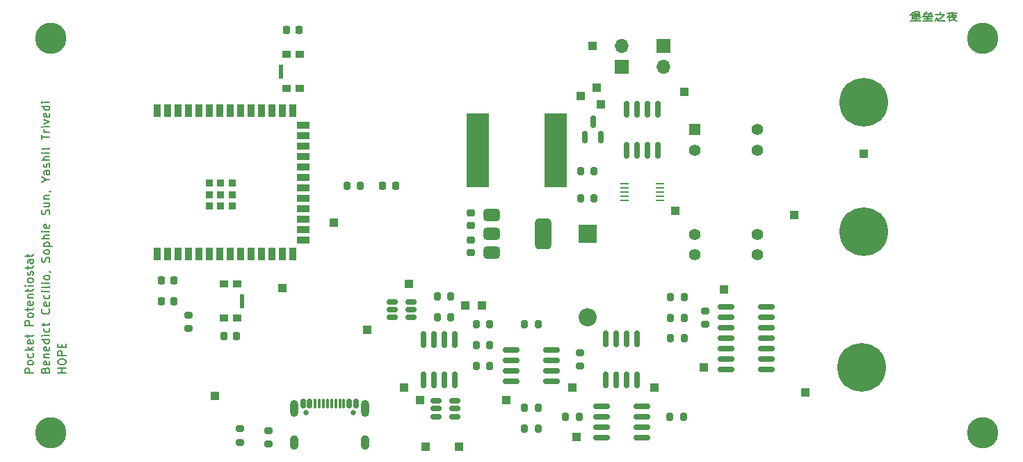
<source format=gbr>
%TF.GenerationSoftware,KiCad,Pcbnew,9.0.1-1.fc41*%
%TF.CreationDate,2025-04-10T23:58:53-07:00*%
%TF.ProjectId,Potentiostat KiCAD Prohject,506f7465-6e74-4696-9f73-746174204b69,rev?*%
%TF.SameCoordinates,Original*%
%TF.FileFunction,Soldermask,Top*%
%TF.FilePolarity,Negative*%
%FSLAX46Y46*%
G04 Gerber Fmt 4.6, Leading zero omitted, Abs format (unit mm)*
G04 Created by KiCad (PCBNEW 9.0.1-1.fc41) date 2025-04-10 23:58:53*
%MOMM*%
%LPD*%
G01*
G04 APERTURE LIST*
G04 Aperture macros list*
%AMRoundRect*
0 Rectangle with rounded corners*
0 $1 Rounding radius*
0 $2 $3 $4 $5 $6 $7 $8 $9 X,Y pos of 4 corners*
0 Add a 4 corners polygon primitive as box body*
4,1,4,$2,$3,$4,$5,$6,$7,$8,$9,$2,$3,0*
0 Add four circle primitives for the rounded corners*
1,1,$1+$1,$2,$3*
1,1,$1+$1,$4,$5*
1,1,$1+$1,$6,$7*
1,1,$1+$1,$8,$9*
0 Add four rect primitives between the rounded corners*
20,1,$1+$1,$2,$3,$4,$5,0*
20,1,$1+$1,$4,$5,$6,$7,0*
20,1,$1+$1,$6,$7,$8,$9,0*
20,1,$1+$1,$8,$9,$2,$3,0*%
G04 Aperture macros list end*
%ADD10C,0.150000*%
%ADD11C,3.800000*%
%ADD12C,0.650000*%
%ADD13RoundRect,0.150000X-0.150000X-0.425000X0.150000X-0.425000X0.150000X0.425000X-0.150000X0.425000X0*%
%ADD14RoundRect,0.075000X-0.075000X-0.500000X0.075000X-0.500000X0.075000X0.500000X-0.075000X0.500000X0*%
%ADD15O,1.000000X2.100000*%
%ADD16O,1.000000X1.800000*%
%ADD17C,1.400000*%
%ADD18R,1.400000X1.400000*%
%ADD19R,1.000000X0.900000*%
%ADD20R,0.550000X1.700000*%
%ADD21R,0.900000X0.900000*%
%ADD22R,0.900000X1.500000*%
%ADD23R,1.500000X0.900000*%
%ADD24RoundRect,0.225000X0.225000X0.250000X-0.225000X0.250000X-0.225000X-0.250000X0.225000X-0.250000X0*%
%ADD25R,1.000000X1.000000*%
%ADD26RoundRect,0.200000X0.200000X0.275000X-0.200000X0.275000X-0.200000X-0.275000X0.200000X-0.275000X0*%
%ADD27RoundRect,0.218750X0.218750X0.256250X-0.218750X0.256250X-0.218750X-0.256250X0.218750X-0.256250X0*%
%ADD28RoundRect,0.200000X0.275000X-0.200000X0.275000X0.200000X-0.275000X0.200000X-0.275000X-0.200000X0*%
%ADD29RoundRect,0.200000X-0.200000X-0.275000X0.200000X-0.275000X0.200000X0.275000X-0.200000X0.275000X0*%
%ADD30RoundRect,0.200000X-0.275000X0.200000X-0.275000X-0.200000X0.275000X-0.200000X0.275000X0.200000X0*%
%ADD31C,5.918200*%
%ADD32R,1.700000X1.700000*%
%ADD33O,1.700000X1.700000*%
%ADD34RoundRect,0.150000X-0.825000X-0.150000X0.825000X-0.150000X0.825000X0.150000X-0.825000X0.150000X0*%
%ADD35RoundRect,0.150000X-0.512500X-0.150000X0.512500X-0.150000X0.512500X0.150000X-0.512500X0.150000X0*%
%ADD36RoundRect,0.225000X0.250000X-0.225000X0.250000X0.225000X-0.250000X0.225000X-0.250000X-0.225000X0*%
%ADD37R,2.200000X2.200000*%
%ADD38O,2.200000X2.200000*%
%ADD39RoundRect,0.102000X-1.250000X-4.425000X1.250000X-4.425000X1.250000X4.425000X-1.250000X4.425000X0*%
%ADD40RoundRect,0.150000X0.512500X0.150000X-0.512500X0.150000X-0.512500X-0.150000X0.512500X-0.150000X0*%
%ADD41RoundRect,0.150000X0.150000X-0.825000X0.150000X0.825000X-0.150000X0.825000X-0.150000X-0.825000X0*%
%ADD42RoundRect,0.150000X0.150000X-0.587500X0.150000X0.587500X-0.150000X0.587500X-0.150000X-0.587500X0*%
%ADD43RoundRect,0.375000X-0.625000X-0.375000X0.625000X-0.375000X0.625000X0.375000X-0.625000X0.375000X0*%
%ADD44RoundRect,0.500000X-0.500000X-1.400000X0.500000X-1.400000X0.500000X1.400000X-0.500000X1.400000X0*%
%ADD45RoundRect,0.225000X-0.225000X-0.250000X0.225000X-0.250000X0.225000X0.250000X-0.225000X0.250000X0*%
%ADD46RoundRect,0.150000X-0.150000X0.825000X-0.150000X-0.825000X0.150000X-0.825000X0.150000X0.825000X0*%
%ADD47R,1.100000X0.250000*%
%ADD48RoundRect,0.225000X-0.250000X0.225000X-0.250000X-0.225000X0.250000X-0.225000X0.250000X0.225000X0*%
G04 APERTURE END LIST*
D10*
X225693922Y-55369819D02*
X226932017Y-55369819D01*
X225836779Y-55131723D02*
X226789160Y-55131723D01*
X225932017Y-54417438D02*
X225693922Y-54655533D01*
X225932017Y-54417438D02*
X225932017Y-54988866D01*
X225979636Y-54226961D02*
X225884398Y-54512676D01*
X226027255Y-54655533D02*
X226884398Y-54655533D01*
X226170112Y-54512676D02*
X226789160Y-54512676D01*
X226170112Y-54274580D02*
X226170112Y-54512676D01*
X226312969Y-54988866D02*
X226312969Y-55369819D01*
X226455826Y-54512676D02*
X226455826Y-54988866D01*
X226170112Y-54274580D02*
X226789160Y-54274580D01*
X226789160Y-54274580D02*
X226789160Y-54512676D01*
X226408207Y-54655533D02*
X226217731Y-54846009D01*
X226217731Y-54846009D02*
X226027255Y-54941247D01*
X226503445Y-54655533D02*
X226646303Y-54846009D01*
X226646303Y-54846009D02*
X226932017Y-54941247D01*
X227170112Y-55369819D02*
X228408207Y-55369819D01*
X227170112Y-54846009D02*
X227551064Y-54846009D01*
X227312969Y-55131723D02*
X228265350Y-55131723D01*
X227360588Y-54846009D02*
X227646302Y-54846009D01*
X227360588Y-54512676D02*
X228074874Y-54512676D01*
X227408207Y-54607914D02*
X227170112Y-54846009D01*
X227598683Y-54655533D02*
X227693921Y-54893628D01*
X227789159Y-54941247D02*
X227789159Y-55369819D01*
X227836778Y-54846009D02*
X228217731Y-54846009D01*
X227979635Y-54846009D02*
X228360588Y-54846009D01*
X228027254Y-54607914D02*
X227789159Y-54846009D01*
X228122493Y-54369819D02*
X228312969Y-54560295D01*
X228170112Y-54465057D02*
X227979635Y-54465057D01*
X228217731Y-54655533D02*
X228360588Y-54846009D01*
X227693921Y-54226961D02*
X227551064Y-54369819D01*
X227551064Y-54369819D02*
X227312969Y-54465057D01*
X228884397Y-54941247D02*
X228693921Y-55322200D01*
X229265349Y-54226961D02*
X229265349Y-54512676D01*
X228741540Y-54560295D02*
X229789159Y-54560295D01*
X229789159Y-54560295D02*
X229265349Y-55084104D01*
X229265349Y-55084104D02*
X228979635Y-55179342D01*
X228836778Y-55084104D02*
X229074873Y-55322200D01*
X229074873Y-55322200D02*
X229503444Y-55369819D01*
X229503444Y-55369819D02*
X229932016Y-55369819D01*
X230170111Y-54417438D02*
X231312968Y-54417438D01*
X230408206Y-54655533D02*
X230408206Y-55369819D01*
X230741539Y-54226961D02*
X230741539Y-54417438D01*
X230884396Y-54750771D02*
X231027254Y-54893628D01*
X230455825Y-54465057D02*
X230360587Y-54703152D01*
X230360587Y-54703152D02*
X230122492Y-54893628D01*
X230836777Y-54465057D02*
X230741539Y-54703152D01*
X230741539Y-54703152D02*
X230551063Y-54893628D01*
X230693920Y-54750771D02*
X230789158Y-54941247D01*
X230789158Y-54941247D02*
X231027254Y-55226961D01*
X231027254Y-55226961D02*
X231360587Y-55369819D01*
X230789158Y-54655533D02*
X231265349Y-54655533D01*
X231265349Y-54655533D02*
X231122492Y-54941247D01*
X231122492Y-54941247D02*
X230884396Y-55179342D01*
X230884396Y-55179342D02*
X230503444Y-55369819D01*
X122869819Y-98163220D02*
X121869819Y-98163220D01*
X122346009Y-98163220D02*
X122346009Y-97591792D01*
X122869819Y-97591792D02*
X121869819Y-97591792D01*
X121869819Y-96925125D02*
X121869819Y-96734649D01*
X121869819Y-96734649D02*
X121917438Y-96639411D01*
X121917438Y-96639411D02*
X122012676Y-96544173D01*
X122012676Y-96544173D02*
X122203152Y-96496554D01*
X122203152Y-96496554D02*
X122536485Y-96496554D01*
X122536485Y-96496554D02*
X122726961Y-96544173D01*
X122726961Y-96544173D02*
X122822200Y-96639411D01*
X122822200Y-96639411D02*
X122869819Y-96734649D01*
X122869819Y-96734649D02*
X122869819Y-96925125D01*
X122869819Y-96925125D02*
X122822200Y-97020363D01*
X122822200Y-97020363D02*
X122726961Y-97115601D01*
X122726961Y-97115601D02*
X122536485Y-97163220D01*
X122536485Y-97163220D02*
X122203152Y-97163220D01*
X122203152Y-97163220D02*
X122012676Y-97115601D01*
X122012676Y-97115601D02*
X121917438Y-97020363D01*
X121917438Y-97020363D02*
X121869819Y-96925125D01*
X122869819Y-96067982D02*
X121869819Y-96067982D01*
X121869819Y-96067982D02*
X121869819Y-95687030D01*
X121869819Y-95687030D02*
X121917438Y-95591792D01*
X121917438Y-95591792D02*
X121965057Y-95544173D01*
X121965057Y-95544173D02*
X122060295Y-95496554D01*
X122060295Y-95496554D02*
X122203152Y-95496554D01*
X122203152Y-95496554D02*
X122298390Y-95544173D01*
X122298390Y-95544173D02*
X122346009Y-95591792D01*
X122346009Y-95591792D02*
X122393628Y-95687030D01*
X122393628Y-95687030D02*
X122393628Y-96067982D01*
X122346009Y-95067982D02*
X122346009Y-94734649D01*
X122869819Y-94591792D02*
X122869819Y-95067982D01*
X122869819Y-95067982D02*
X121869819Y-95067982D01*
X121869819Y-95067982D02*
X121869819Y-94591792D01*
X120346009Y-97829887D02*
X120393628Y-97687030D01*
X120393628Y-97687030D02*
X120441247Y-97639411D01*
X120441247Y-97639411D02*
X120536485Y-97591792D01*
X120536485Y-97591792D02*
X120679342Y-97591792D01*
X120679342Y-97591792D02*
X120774580Y-97639411D01*
X120774580Y-97639411D02*
X120822200Y-97687030D01*
X120822200Y-97687030D02*
X120869819Y-97782268D01*
X120869819Y-97782268D02*
X120869819Y-98163220D01*
X120869819Y-98163220D02*
X119869819Y-98163220D01*
X119869819Y-98163220D02*
X119869819Y-97829887D01*
X119869819Y-97829887D02*
X119917438Y-97734649D01*
X119917438Y-97734649D02*
X119965057Y-97687030D01*
X119965057Y-97687030D02*
X120060295Y-97639411D01*
X120060295Y-97639411D02*
X120155533Y-97639411D01*
X120155533Y-97639411D02*
X120250771Y-97687030D01*
X120250771Y-97687030D02*
X120298390Y-97734649D01*
X120298390Y-97734649D02*
X120346009Y-97829887D01*
X120346009Y-97829887D02*
X120346009Y-98163220D01*
X120822200Y-96782268D02*
X120869819Y-96877506D01*
X120869819Y-96877506D02*
X120869819Y-97067982D01*
X120869819Y-97067982D02*
X120822200Y-97163220D01*
X120822200Y-97163220D02*
X120726961Y-97210839D01*
X120726961Y-97210839D02*
X120346009Y-97210839D01*
X120346009Y-97210839D02*
X120250771Y-97163220D01*
X120250771Y-97163220D02*
X120203152Y-97067982D01*
X120203152Y-97067982D02*
X120203152Y-96877506D01*
X120203152Y-96877506D02*
X120250771Y-96782268D01*
X120250771Y-96782268D02*
X120346009Y-96734649D01*
X120346009Y-96734649D02*
X120441247Y-96734649D01*
X120441247Y-96734649D02*
X120536485Y-97210839D01*
X120203152Y-96306077D02*
X120869819Y-96306077D01*
X120298390Y-96306077D02*
X120250771Y-96258458D01*
X120250771Y-96258458D02*
X120203152Y-96163220D01*
X120203152Y-96163220D02*
X120203152Y-96020363D01*
X120203152Y-96020363D02*
X120250771Y-95925125D01*
X120250771Y-95925125D02*
X120346009Y-95877506D01*
X120346009Y-95877506D02*
X120869819Y-95877506D01*
X120822200Y-95020363D02*
X120869819Y-95115601D01*
X120869819Y-95115601D02*
X120869819Y-95306077D01*
X120869819Y-95306077D02*
X120822200Y-95401315D01*
X120822200Y-95401315D02*
X120726961Y-95448934D01*
X120726961Y-95448934D02*
X120346009Y-95448934D01*
X120346009Y-95448934D02*
X120250771Y-95401315D01*
X120250771Y-95401315D02*
X120203152Y-95306077D01*
X120203152Y-95306077D02*
X120203152Y-95115601D01*
X120203152Y-95115601D02*
X120250771Y-95020363D01*
X120250771Y-95020363D02*
X120346009Y-94972744D01*
X120346009Y-94972744D02*
X120441247Y-94972744D01*
X120441247Y-94972744D02*
X120536485Y-95448934D01*
X120869819Y-94115601D02*
X119869819Y-94115601D01*
X120822200Y-94115601D02*
X120869819Y-94210839D01*
X120869819Y-94210839D02*
X120869819Y-94401315D01*
X120869819Y-94401315D02*
X120822200Y-94496553D01*
X120822200Y-94496553D02*
X120774580Y-94544172D01*
X120774580Y-94544172D02*
X120679342Y-94591791D01*
X120679342Y-94591791D02*
X120393628Y-94591791D01*
X120393628Y-94591791D02*
X120298390Y-94544172D01*
X120298390Y-94544172D02*
X120250771Y-94496553D01*
X120250771Y-94496553D02*
X120203152Y-94401315D01*
X120203152Y-94401315D02*
X120203152Y-94210839D01*
X120203152Y-94210839D02*
X120250771Y-94115601D01*
X120869819Y-93639410D02*
X120203152Y-93639410D01*
X119869819Y-93639410D02*
X119917438Y-93687029D01*
X119917438Y-93687029D02*
X119965057Y-93639410D01*
X119965057Y-93639410D02*
X119917438Y-93591791D01*
X119917438Y-93591791D02*
X119869819Y-93639410D01*
X119869819Y-93639410D02*
X119965057Y-93639410D01*
X120822200Y-92734649D02*
X120869819Y-92829887D01*
X120869819Y-92829887D02*
X120869819Y-93020363D01*
X120869819Y-93020363D02*
X120822200Y-93115601D01*
X120822200Y-93115601D02*
X120774580Y-93163220D01*
X120774580Y-93163220D02*
X120679342Y-93210839D01*
X120679342Y-93210839D02*
X120393628Y-93210839D01*
X120393628Y-93210839D02*
X120298390Y-93163220D01*
X120298390Y-93163220D02*
X120250771Y-93115601D01*
X120250771Y-93115601D02*
X120203152Y-93020363D01*
X120203152Y-93020363D02*
X120203152Y-92829887D01*
X120203152Y-92829887D02*
X120250771Y-92734649D01*
X120203152Y-92448934D02*
X120203152Y-92067982D01*
X119869819Y-92306077D02*
X120726961Y-92306077D01*
X120726961Y-92306077D02*
X120822200Y-92258458D01*
X120822200Y-92258458D02*
X120869819Y-92163220D01*
X120869819Y-92163220D02*
X120869819Y-92067982D01*
X120774580Y-90401315D02*
X120822200Y-90448934D01*
X120822200Y-90448934D02*
X120869819Y-90591791D01*
X120869819Y-90591791D02*
X120869819Y-90687029D01*
X120869819Y-90687029D02*
X120822200Y-90829886D01*
X120822200Y-90829886D02*
X120726961Y-90925124D01*
X120726961Y-90925124D02*
X120631723Y-90972743D01*
X120631723Y-90972743D02*
X120441247Y-91020362D01*
X120441247Y-91020362D02*
X120298390Y-91020362D01*
X120298390Y-91020362D02*
X120107914Y-90972743D01*
X120107914Y-90972743D02*
X120012676Y-90925124D01*
X120012676Y-90925124D02*
X119917438Y-90829886D01*
X119917438Y-90829886D02*
X119869819Y-90687029D01*
X119869819Y-90687029D02*
X119869819Y-90591791D01*
X119869819Y-90591791D02*
X119917438Y-90448934D01*
X119917438Y-90448934D02*
X119965057Y-90401315D01*
X120822200Y-89591791D02*
X120869819Y-89687029D01*
X120869819Y-89687029D02*
X120869819Y-89877505D01*
X120869819Y-89877505D02*
X120822200Y-89972743D01*
X120822200Y-89972743D02*
X120726961Y-90020362D01*
X120726961Y-90020362D02*
X120346009Y-90020362D01*
X120346009Y-90020362D02*
X120250771Y-89972743D01*
X120250771Y-89972743D02*
X120203152Y-89877505D01*
X120203152Y-89877505D02*
X120203152Y-89687029D01*
X120203152Y-89687029D02*
X120250771Y-89591791D01*
X120250771Y-89591791D02*
X120346009Y-89544172D01*
X120346009Y-89544172D02*
X120441247Y-89544172D01*
X120441247Y-89544172D02*
X120536485Y-90020362D01*
X120822200Y-88687029D02*
X120869819Y-88782267D01*
X120869819Y-88782267D02*
X120869819Y-88972743D01*
X120869819Y-88972743D02*
X120822200Y-89067981D01*
X120822200Y-89067981D02*
X120774580Y-89115600D01*
X120774580Y-89115600D02*
X120679342Y-89163219D01*
X120679342Y-89163219D02*
X120393628Y-89163219D01*
X120393628Y-89163219D02*
X120298390Y-89115600D01*
X120298390Y-89115600D02*
X120250771Y-89067981D01*
X120250771Y-89067981D02*
X120203152Y-88972743D01*
X120203152Y-88972743D02*
X120203152Y-88782267D01*
X120203152Y-88782267D02*
X120250771Y-88687029D01*
X120869819Y-88258457D02*
X120203152Y-88258457D01*
X119869819Y-88258457D02*
X119917438Y-88306076D01*
X119917438Y-88306076D02*
X119965057Y-88258457D01*
X119965057Y-88258457D02*
X119917438Y-88210838D01*
X119917438Y-88210838D02*
X119869819Y-88258457D01*
X119869819Y-88258457D02*
X119965057Y-88258457D01*
X120869819Y-87639410D02*
X120822200Y-87734648D01*
X120822200Y-87734648D02*
X120726961Y-87782267D01*
X120726961Y-87782267D02*
X119869819Y-87782267D01*
X120869819Y-87258457D02*
X120203152Y-87258457D01*
X119869819Y-87258457D02*
X119917438Y-87306076D01*
X119917438Y-87306076D02*
X119965057Y-87258457D01*
X119965057Y-87258457D02*
X119917438Y-87210838D01*
X119917438Y-87210838D02*
X119869819Y-87258457D01*
X119869819Y-87258457D02*
X119965057Y-87258457D01*
X120869819Y-86639410D02*
X120822200Y-86734648D01*
X120822200Y-86734648D02*
X120774580Y-86782267D01*
X120774580Y-86782267D02*
X120679342Y-86829886D01*
X120679342Y-86829886D02*
X120393628Y-86829886D01*
X120393628Y-86829886D02*
X120298390Y-86782267D01*
X120298390Y-86782267D02*
X120250771Y-86734648D01*
X120250771Y-86734648D02*
X120203152Y-86639410D01*
X120203152Y-86639410D02*
X120203152Y-86496553D01*
X120203152Y-86496553D02*
X120250771Y-86401315D01*
X120250771Y-86401315D02*
X120298390Y-86353696D01*
X120298390Y-86353696D02*
X120393628Y-86306077D01*
X120393628Y-86306077D02*
X120679342Y-86306077D01*
X120679342Y-86306077D02*
X120774580Y-86353696D01*
X120774580Y-86353696D02*
X120822200Y-86401315D01*
X120822200Y-86401315D02*
X120869819Y-86496553D01*
X120869819Y-86496553D02*
X120869819Y-86639410D01*
X120822200Y-85829886D02*
X120869819Y-85829886D01*
X120869819Y-85829886D02*
X120965057Y-85877505D01*
X120965057Y-85877505D02*
X121012676Y-85925124D01*
X120822200Y-84687029D02*
X120869819Y-84544172D01*
X120869819Y-84544172D02*
X120869819Y-84306077D01*
X120869819Y-84306077D02*
X120822200Y-84210839D01*
X120822200Y-84210839D02*
X120774580Y-84163220D01*
X120774580Y-84163220D02*
X120679342Y-84115601D01*
X120679342Y-84115601D02*
X120584104Y-84115601D01*
X120584104Y-84115601D02*
X120488866Y-84163220D01*
X120488866Y-84163220D02*
X120441247Y-84210839D01*
X120441247Y-84210839D02*
X120393628Y-84306077D01*
X120393628Y-84306077D02*
X120346009Y-84496553D01*
X120346009Y-84496553D02*
X120298390Y-84591791D01*
X120298390Y-84591791D02*
X120250771Y-84639410D01*
X120250771Y-84639410D02*
X120155533Y-84687029D01*
X120155533Y-84687029D02*
X120060295Y-84687029D01*
X120060295Y-84687029D02*
X119965057Y-84639410D01*
X119965057Y-84639410D02*
X119917438Y-84591791D01*
X119917438Y-84591791D02*
X119869819Y-84496553D01*
X119869819Y-84496553D02*
X119869819Y-84258458D01*
X119869819Y-84258458D02*
X119917438Y-84115601D01*
X120869819Y-83544172D02*
X120822200Y-83639410D01*
X120822200Y-83639410D02*
X120774580Y-83687029D01*
X120774580Y-83687029D02*
X120679342Y-83734648D01*
X120679342Y-83734648D02*
X120393628Y-83734648D01*
X120393628Y-83734648D02*
X120298390Y-83687029D01*
X120298390Y-83687029D02*
X120250771Y-83639410D01*
X120250771Y-83639410D02*
X120203152Y-83544172D01*
X120203152Y-83544172D02*
X120203152Y-83401315D01*
X120203152Y-83401315D02*
X120250771Y-83306077D01*
X120250771Y-83306077D02*
X120298390Y-83258458D01*
X120298390Y-83258458D02*
X120393628Y-83210839D01*
X120393628Y-83210839D02*
X120679342Y-83210839D01*
X120679342Y-83210839D02*
X120774580Y-83258458D01*
X120774580Y-83258458D02*
X120822200Y-83306077D01*
X120822200Y-83306077D02*
X120869819Y-83401315D01*
X120869819Y-83401315D02*
X120869819Y-83544172D01*
X120203152Y-82782267D02*
X121203152Y-82782267D01*
X120250771Y-82782267D02*
X120203152Y-82687029D01*
X120203152Y-82687029D02*
X120203152Y-82496553D01*
X120203152Y-82496553D02*
X120250771Y-82401315D01*
X120250771Y-82401315D02*
X120298390Y-82353696D01*
X120298390Y-82353696D02*
X120393628Y-82306077D01*
X120393628Y-82306077D02*
X120679342Y-82306077D01*
X120679342Y-82306077D02*
X120774580Y-82353696D01*
X120774580Y-82353696D02*
X120822200Y-82401315D01*
X120822200Y-82401315D02*
X120869819Y-82496553D01*
X120869819Y-82496553D02*
X120869819Y-82687029D01*
X120869819Y-82687029D02*
X120822200Y-82782267D01*
X120869819Y-81877505D02*
X119869819Y-81877505D01*
X120869819Y-81448934D02*
X120346009Y-81448934D01*
X120346009Y-81448934D02*
X120250771Y-81496553D01*
X120250771Y-81496553D02*
X120203152Y-81591791D01*
X120203152Y-81591791D02*
X120203152Y-81734648D01*
X120203152Y-81734648D02*
X120250771Y-81829886D01*
X120250771Y-81829886D02*
X120298390Y-81877505D01*
X120869819Y-80972743D02*
X120203152Y-80972743D01*
X119869819Y-80972743D02*
X119917438Y-81020362D01*
X119917438Y-81020362D02*
X119965057Y-80972743D01*
X119965057Y-80972743D02*
X119917438Y-80925124D01*
X119917438Y-80925124D02*
X119869819Y-80972743D01*
X119869819Y-80972743D02*
X119965057Y-80972743D01*
X120822200Y-80115601D02*
X120869819Y-80210839D01*
X120869819Y-80210839D02*
X120869819Y-80401315D01*
X120869819Y-80401315D02*
X120822200Y-80496553D01*
X120822200Y-80496553D02*
X120726961Y-80544172D01*
X120726961Y-80544172D02*
X120346009Y-80544172D01*
X120346009Y-80544172D02*
X120250771Y-80496553D01*
X120250771Y-80496553D02*
X120203152Y-80401315D01*
X120203152Y-80401315D02*
X120203152Y-80210839D01*
X120203152Y-80210839D02*
X120250771Y-80115601D01*
X120250771Y-80115601D02*
X120346009Y-80067982D01*
X120346009Y-80067982D02*
X120441247Y-80067982D01*
X120441247Y-80067982D02*
X120536485Y-80544172D01*
X120822200Y-78925124D02*
X120869819Y-78782267D01*
X120869819Y-78782267D02*
X120869819Y-78544172D01*
X120869819Y-78544172D02*
X120822200Y-78448934D01*
X120822200Y-78448934D02*
X120774580Y-78401315D01*
X120774580Y-78401315D02*
X120679342Y-78353696D01*
X120679342Y-78353696D02*
X120584104Y-78353696D01*
X120584104Y-78353696D02*
X120488866Y-78401315D01*
X120488866Y-78401315D02*
X120441247Y-78448934D01*
X120441247Y-78448934D02*
X120393628Y-78544172D01*
X120393628Y-78544172D02*
X120346009Y-78734648D01*
X120346009Y-78734648D02*
X120298390Y-78829886D01*
X120298390Y-78829886D02*
X120250771Y-78877505D01*
X120250771Y-78877505D02*
X120155533Y-78925124D01*
X120155533Y-78925124D02*
X120060295Y-78925124D01*
X120060295Y-78925124D02*
X119965057Y-78877505D01*
X119965057Y-78877505D02*
X119917438Y-78829886D01*
X119917438Y-78829886D02*
X119869819Y-78734648D01*
X119869819Y-78734648D02*
X119869819Y-78496553D01*
X119869819Y-78496553D02*
X119917438Y-78353696D01*
X120203152Y-77496553D02*
X120869819Y-77496553D01*
X120203152Y-77925124D02*
X120726961Y-77925124D01*
X120726961Y-77925124D02*
X120822200Y-77877505D01*
X120822200Y-77877505D02*
X120869819Y-77782267D01*
X120869819Y-77782267D02*
X120869819Y-77639410D01*
X120869819Y-77639410D02*
X120822200Y-77544172D01*
X120822200Y-77544172D02*
X120774580Y-77496553D01*
X120203152Y-77020362D02*
X120869819Y-77020362D01*
X120298390Y-77020362D02*
X120250771Y-76972743D01*
X120250771Y-76972743D02*
X120203152Y-76877505D01*
X120203152Y-76877505D02*
X120203152Y-76734648D01*
X120203152Y-76734648D02*
X120250771Y-76639410D01*
X120250771Y-76639410D02*
X120346009Y-76591791D01*
X120346009Y-76591791D02*
X120869819Y-76591791D01*
X120822200Y-76067981D02*
X120869819Y-76067981D01*
X120869819Y-76067981D02*
X120965057Y-76115600D01*
X120965057Y-76115600D02*
X121012676Y-76163219D01*
X120393628Y-74687029D02*
X120869819Y-74687029D01*
X119869819Y-75020362D02*
X120393628Y-74687029D01*
X120393628Y-74687029D02*
X119869819Y-74353696D01*
X120869819Y-73591791D02*
X120346009Y-73591791D01*
X120346009Y-73591791D02*
X120250771Y-73639410D01*
X120250771Y-73639410D02*
X120203152Y-73734648D01*
X120203152Y-73734648D02*
X120203152Y-73925124D01*
X120203152Y-73925124D02*
X120250771Y-74020362D01*
X120822200Y-73591791D02*
X120869819Y-73687029D01*
X120869819Y-73687029D02*
X120869819Y-73925124D01*
X120869819Y-73925124D02*
X120822200Y-74020362D01*
X120822200Y-74020362D02*
X120726961Y-74067981D01*
X120726961Y-74067981D02*
X120631723Y-74067981D01*
X120631723Y-74067981D02*
X120536485Y-74020362D01*
X120536485Y-74020362D02*
X120488866Y-73925124D01*
X120488866Y-73925124D02*
X120488866Y-73687029D01*
X120488866Y-73687029D02*
X120441247Y-73591791D01*
X120822200Y-73163219D02*
X120869819Y-73067981D01*
X120869819Y-73067981D02*
X120869819Y-72877505D01*
X120869819Y-72877505D02*
X120822200Y-72782267D01*
X120822200Y-72782267D02*
X120726961Y-72734648D01*
X120726961Y-72734648D02*
X120679342Y-72734648D01*
X120679342Y-72734648D02*
X120584104Y-72782267D01*
X120584104Y-72782267D02*
X120536485Y-72877505D01*
X120536485Y-72877505D02*
X120536485Y-73020362D01*
X120536485Y-73020362D02*
X120488866Y-73115600D01*
X120488866Y-73115600D02*
X120393628Y-73163219D01*
X120393628Y-73163219D02*
X120346009Y-73163219D01*
X120346009Y-73163219D02*
X120250771Y-73115600D01*
X120250771Y-73115600D02*
X120203152Y-73020362D01*
X120203152Y-73020362D02*
X120203152Y-72877505D01*
X120203152Y-72877505D02*
X120250771Y-72782267D01*
X120869819Y-72306076D02*
X119869819Y-72306076D01*
X120869819Y-71877505D02*
X120346009Y-71877505D01*
X120346009Y-71877505D02*
X120250771Y-71925124D01*
X120250771Y-71925124D02*
X120203152Y-72020362D01*
X120203152Y-72020362D02*
X120203152Y-72163219D01*
X120203152Y-72163219D02*
X120250771Y-72258457D01*
X120250771Y-72258457D02*
X120298390Y-72306076D01*
X120869819Y-71401314D02*
X120203152Y-71401314D01*
X119869819Y-71401314D02*
X119917438Y-71448933D01*
X119917438Y-71448933D02*
X119965057Y-71401314D01*
X119965057Y-71401314D02*
X119917438Y-71353695D01*
X119917438Y-71353695D02*
X119869819Y-71401314D01*
X119869819Y-71401314D02*
X119965057Y-71401314D01*
X120869819Y-70782267D02*
X120822200Y-70877505D01*
X120822200Y-70877505D02*
X120726961Y-70925124D01*
X120726961Y-70925124D02*
X119869819Y-70925124D01*
X119869819Y-69782266D02*
X119869819Y-69210838D01*
X120869819Y-69496552D02*
X119869819Y-69496552D01*
X120869819Y-68877504D02*
X120203152Y-68877504D01*
X120393628Y-68877504D02*
X120298390Y-68829885D01*
X120298390Y-68829885D02*
X120250771Y-68782266D01*
X120250771Y-68782266D02*
X120203152Y-68687028D01*
X120203152Y-68687028D02*
X120203152Y-68591790D01*
X120869819Y-68258456D02*
X120203152Y-68258456D01*
X119869819Y-68258456D02*
X119917438Y-68306075D01*
X119917438Y-68306075D02*
X119965057Y-68258456D01*
X119965057Y-68258456D02*
X119917438Y-68210837D01*
X119917438Y-68210837D02*
X119869819Y-68258456D01*
X119869819Y-68258456D02*
X119965057Y-68258456D01*
X120203152Y-67877504D02*
X120869819Y-67639409D01*
X120869819Y-67639409D02*
X120203152Y-67401314D01*
X120822200Y-66639409D02*
X120869819Y-66734647D01*
X120869819Y-66734647D02*
X120869819Y-66925123D01*
X120869819Y-66925123D02*
X120822200Y-67020361D01*
X120822200Y-67020361D02*
X120726961Y-67067980D01*
X120726961Y-67067980D02*
X120346009Y-67067980D01*
X120346009Y-67067980D02*
X120250771Y-67020361D01*
X120250771Y-67020361D02*
X120203152Y-66925123D01*
X120203152Y-66925123D02*
X120203152Y-66734647D01*
X120203152Y-66734647D02*
X120250771Y-66639409D01*
X120250771Y-66639409D02*
X120346009Y-66591790D01*
X120346009Y-66591790D02*
X120441247Y-66591790D01*
X120441247Y-66591790D02*
X120536485Y-67067980D01*
X120869819Y-65734647D02*
X119869819Y-65734647D01*
X120822200Y-65734647D02*
X120869819Y-65829885D01*
X120869819Y-65829885D02*
X120869819Y-66020361D01*
X120869819Y-66020361D02*
X120822200Y-66115599D01*
X120822200Y-66115599D02*
X120774580Y-66163218D01*
X120774580Y-66163218D02*
X120679342Y-66210837D01*
X120679342Y-66210837D02*
X120393628Y-66210837D01*
X120393628Y-66210837D02*
X120298390Y-66163218D01*
X120298390Y-66163218D02*
X120250771Y-66115599D01*
X120250771Y-66115599D02*
X120203152Y-66020361D01*
X120203152Y-66020361D02*
X120203152Y-65829885D01*
X120203152Y-65829885D02*
X120250771Y-65734647D01*
X120869819Y-65258456D02*
X120203152Y-65258456D01*
X119869819Y-65258456D02*
X119917438Y-65306075D01*
X119917438Y-65306075D02*
X119965057Y-65258456D01*
X119965057Y-65258456D02*
X119917438Y-65210837D01*
X119917438Y-65210837D02*
X119869819Y-65258456D01*
X119869819Y-65258456D02*
X119965057Y-65258456D01*
X118869819Y-98163220D02*
X117869819Y-98163220D01*
X117869819Y-98163220D02*
X117869819Y-97782268D01*
X117869819Y-97782268D02*
X117917438Y-97687030D01*
X117917438Y-97687030D02*
X117965057Y-97639411D01*
X117965057Y-97639411D02*
X118060295Y-97591792D01*
X118060295Y-97591792D02*
X118203152Y-97591792D01*
X118203152Y-97591792D02*
X118298390Y-97639411D01*
X118298390Y-97639411D02*
X118346009Y-97687030D01*
X118346009Y-97687030D02*
X118393628Y-97782268D01*
X118393628Y-97782268D02*
X118393628Y-98163220D01*
X118869819Y-97020363D02*
X118822200Y-97115601D01*
X118822200Y-97115601D02*
X118774580Y-97163220D01*
X118774580Y-97163220D02*
X118679342Y-97210839D01*
X118679342Y-97210839D02*
X118393628Y-97210839D01*
X118393628Y-97210839D02*
X118298390Y-97163220D01*
X118298390Y-97163220D02*
X118250771Y-97115601D01*
X118250771Y-97115601D02*
X118203152Y-97020363D01*
X118203152Y-97020363D02*
X118203152Y-96877506D01*
X118203152Y-96877506D02*
X118250771Y-96782268D01*
X118250771Y-96782268D02*
X118298390Y-96734649D01*
X118298390Y-96734649D02*
X118393628Y-96687030D01*
X118393628Y-96687030D02*
X118679342Y-96687030D01*
X118679342Y-96687030D02*
X118774580Y-96734649D01*
X118774580Y-96734649D02*
X118822200Y-96782268D01*
X118822200Y-96782268D02*
X118869819Y-96877506D01*
X118869819Y-96877506D02*
X118869819Y-97020363D01*
X118822200Y-95829887D02*
X118869819Y-95925125D01*
X118869819Y-95925125D02*
X118869819Y-96115601D01*
X118869819Y-96115601D02*
X118822200Y-96210839D01*
X118822200Y-96210839D02*
X118774580Y-96258458D01*
X118774580Y-96258458D02*
X118679342Y-96306077D01*
X118679342Y-96306077D02*
X118393628Y-96306077D01*
X118393628Y-96306077D02*
X118298390Y-96258458D01*
X118298390Y-96258458D02*
X118250771Y-96210839D01*
X118250771Y-96210839D02*
X118203152Y-96115601D01*
X118203152Y-96115601D02*
X118203152Y-95925125D01*
X118203152Y-95925125D02*
X118250771Y-95829887D01*
X118869819Y-95401315D02*
X117869819Y-95401315D01*
X118488866Y-95306077D02*
X118869819Y-95020363D01*
X118203152Y-95020363D02*
X118584104Y-95401315D01*
X118822200Y-94210839D02*
X118869819Y-94306077D01*
X118869819Y-94306077D02*
X118869819Y-94496553D01*
X118869819Y-94496553D02*
X118822200Y-94591791D01*
X118822200Y-94591791D02*
X118726961Y-94639410D01*
X118726961Y-94639410D02*
X118346009Y-94639410D01*
X118346009Y-94639410D02*
X118250771Y-94591791D01*
X118250771Y-94591791D02*
X118203152Y-94496553D01*
X118203152Y-94496553D02*
X118203152Y-94306077D01*
X118203152Y-94306077D02*
X118250771Y-94210839D01*
X118250771Y-94210839D02*
X118346009Y-94163220D01*
X118346009Y-94163220D02*
X118441247Y-94163220D01*
X118441247Y-94163220D02*
X118536485Y-94639410D01*
X118203152Y-93877505D02*
X118203152Y-93496553D01*
X117869819Y-93734648D02*
X118726961Y-93734648D01*
X118726961Y-93734648D02*
X118822200Y-93687029D01*
X118822200Y-93687029D02*
X118869819Y-93591791D01*
X118869819Y-93591791D02*
X118869819Y-93496553D01*
X118869819Y-92401314D02*
X117869819Y-92401314D01*
X117869819Y-92401314D02*
X117869819Y-92020362D01*
X117869819Y-92020362D02*
X117917438Y-91925124D01*
X117917438Y-91925124D02*
X117965057Y-91877505D01*
X117965057Y-91877505D02*
X118060295Y-91829886D01*
X118060295Y-91829886D02*
X118203152Y-91829886D01*
X118203152Y-91829886D02*
X118298390Y-91877505D01*
X118298390Y-91877505D02*
X118346009Y-91925124D01*
X118346009Y-91925124D02*
X118393628Y-92020362D01*
X118393628Y-92020362D02*
X118393628Y-92401314D01*
X118869819Y-91258457D02*
X118822200Y-91353695D01*
X118822200Y-91353695D02*
X118774580Y-91401314D01*
X118774580Y-91401314D02*
X118679342Y-91448933D01*
X118679342Y-91448933D02*
X118393628Y-91448933D01*
X118393628Y-91448933D02*
X118298390Y-91401314D01*
X118298390Y-91401314D02*
X118250771Y-91353695D01*
X118250771Y-91353695D02*
X118203152Y-91258457D01*
X118203152Y-91258457D02*
X118203152Y-91115600D01*
X118203152Y-91115600D02*
X118250771Y-91020362D01*
X118250771Y-91020362D02*
X118298390Y-90972743D01*
X118298390Y-90972743D02*
X118393628Y-90925124D01*
X118393628Y-90925124D02*
X118679342Y-90925124D01*
X118679342Y-90925124D02*
X118774580Y-90972743D01*
X118774580Y-90972743D02*
X118822200Y-91020362D01*
X118822200Y-91020362D02*
X118869819Y-91115600D01*
X118869819Y-91115600D02*
X118869819Y-91258457D01*
X118203152Y-90639409D02*
X118203152Y-90258457D01*
X117869819Y-90496552D02*
X118726961Y-90496552D01*
X118726961Y-90496552D02*
X118822200Y-90448933D01*
X118822200Y-90448933D02*
X118869819Y-90353695D01*
X118869819Y-90353695D02*
X118869819Y-90258457D01*
X118822200Y-89544171D02*
X118869819Y-89639409D01*
X118869819Y-89639409D02*
X118869819Y-89829885D01*
X118869819Y-89829885D02*
X118822200Y-89925123D01*
X118822200Y-89925123D02*
X118726961Y-89972742D01*
X118726961Y-89972742D02*
X118346009Y-89972742D01*
X118346009Y-89972742D02*
X118250771Y-89925123D01*
X118250771Y-89925123D02*
X118203152Y-89829885D01*
X118203152Y-89829885D02*
X118203152Y-89639409D01*
X118203152Y-89639409D02*
X118250771Y-89544171D01*
X118250771Y-89544171D02*
X118346009Y-89496552D01*
X118346009Y-89496552D02*
X118441247Y-89496552D01*
X118441247Y-89496552D02*
X118536485Y-89972742D01*
X118203152Y-89067980D02*
X118869819Y-89067980D01*
X118298390Y-89067980D02*
X118250771Y-89020361D01*
X118250771Y-89020361D02*
X118203152Y-88925123D01*
X118203152Y-88925123D02*
X118203152Y-88782266D01*
X118203152Y-88782266D02*
X118250771Y-88687028D01*
X118250771Y-88687028D02*
X118346009Y-88639409D01*
X118346009Y-88639409D02*
X118869819Y-88639409D01*
X118203152Y-88306075D02*
X118203152Y-87925123D01*
X117869819Y-88163218D02*
X118726961Y-88163218D01*
X118726961Y-88163218D02*
X118822200Y-88115599D01*
X118822200Y-88115599D02*
X118869819Y-88020361D01*
X118869819Y-88020361D02*
X118869819Y-87925123D01*
X118869819Y-87591789D02*
X118203152Y-87591789D01*
X117869819Y-87591789D02*
X117917438Y-87639408D01*
X117917438Y-87639408D02*
X117965057Y-87591789D01*
X117965057Y-87591789D02*
X117917438Y-87544170D01*
X117917438Y-87544170D02*
X117869819Y-87591789D01*
X117869819Y-87591789D02*
X117965057Y-87591789D01*
X118869819Y-86972742D02*
X118822200Y-87067980D01*
X118822200Y-87067980D02*
X118774580Y-87115599D01*
X118774580Y-87115599D02*
X118679342Y-87163218D01*
X118679342Y-87163218D02*
X118393628Y-87163218D01*
X118393628Y-87163218D02*
X118298390Y-87115599D01*
X118298390Y-87115599D02*
X118250771Y-87067980D01*
X118250771Y-87067980D02*
X118203152Y-86972742D01*
X118203152Y-86972742D02*
X118203152Y-86829885D01*
X118203152Y-86829885D02*
X118250771Y-86734647D01*
X118250771Y-86734647D02*
X118298390Y-86687028D01*
X118298390Y-86687028D02*
X118393628Y-86639409D01*
X118393628Y-86639409D02*
X118679342Y-86639409D01*
X118679342Y-86639409D02*
X118774580Y-86687028D01*
X118774580Y-86687028D02*
X118822200Y-86734647D01*
X118822200Y-86734647D02*
X118869819Y-86829885D01*
X118869819Y-86829885D02*
X118869819Y-86972742D01*
X118822200Y-86258456D02*
X118869819Y-86163218D01*
X118869819Y-86163218D02*
X118869819Y-85972742D01*
X118869819Y-85972742D02*
X118822200Y-85877504D01*
X118822200Y-85877504D02*
X118726961Y-85829885D01*
X118726961Y-85829885D02*
X118679342Y-85829885D01*
X118679342Y-85829885D02*
X118584104Y-85877504D01*
X118584104Y-85877504D02*
X118536485Y-85972742D01*
X118536485Y-85972742D02*
X118536485Y-86115599D01*
X118536485Y-86115599D02*
X118488866Y-86210837D01*
X118488866Y-86210837D02*
X118393628Y-86258456D01*
X118393628Y-86258456D02*
X118346009Y-86258456D01*
X118346009Y-86258456D02*
X118250771Y-86210837D01*
X118250771Y-86210837D02*
X118203152Y-86115599D01*
X118203152Y-86115599D02*
X118203152Y-85972742D01*
X118203152Y-85972742D02*
X118250771Y-85877504D01*
X118203152Y-85544170D02*
X118203152Y-85163218D01*
X117869819Y-85401313D02*
X118726961Y-85401313D01*
X118726961Y-85401313D02*
X118822200Y-85353694D01*
X118822200Y-85353694D02*
X118869819Y-85258456D01*
X118869819Y-85258456D02*
X118869819Y-85163218D01*
X118869819Y-84401313D02*
X118346009Y-84401313D01*
X118346009Y-84401313D02*
X118250771Y-84448932D01*
X118250771Y-84448932D02*
X118203152Y-84544170D01*
X118203152Y-84544170D02*
X118203152Y-84734646D01*
X118203152Y-84734646D02*
X118250771Y-84829884D01*
X118822200Y-84401313D02*
X118869819Y-84496551D01*
X118869819Y-84496551D02*
X118869819Y-84734646D01*
X118869819Y-84734646D02*
X118822200Y-84829884D01*
X118822200Y-84829884D02*
X118726961Y-84877503D01*
X118726961Y-84877503D02*
X118631723Y-84877503D01*
X118631723Y-84877503D02*
X118536485Y-84829884D01*
X118536485Y-84829884D02*
X118488866Y-84734646D01*
X118488866Y-84734646D02*
X118488866Y-84496551D01*
X118488866Y-84496551D02*
X118441247Y-84401313D01*
X118203152Y-84067979D02*
X118203152Y-83687027D01*
X117869819Y-83925122D02*
X118726961Y-83925122D01*
X118726961Y-83925122D02*
X118822200Y-83877503D01*
X118822200Y-83877503D02*
X118869819Y-83782265D01*
X118869819Y-83782265D02*
X118869819Y-83687027D01*
D11*
%TO.C,H4*%
X121000000Y-57500000D03*
%TD*%
%TO.C,H3*%
X121000000Y-105500000D03*
%TD*%
%TO.C,H2*%
X234500000Y-105500000D03*
%TD*%
%TO.C,H1*%
X234500000Y-57500000D03*
%TD*%
D12*
%TO.C,J2*%
X152050000Y-103000000D03*
X157830000Y-103000000D03*
D13*
X151740000Y-101925000D03*
X152540000Y-101925000D03*
D14*
X153690000Y-101925000D03*
X154690000Y-101925000D03*
X155190000Y-101925000D03*
X156190000Y-101925000D03*
D13*
X157340000Y-101925000D03*
X158140000Y-101925000D03*
X158140000Y-101925000D03*
X157340000Y-101925000D03*
D14*
X156690000Y-101925000D03*
X155690000Y-101925000D03*
X154190000Y-101925000D03*
X153190000Y-101925000D03*
D13*
X152540000Y-101925000D03*
X151740000Y-101925000D03*
D15*
X150620000Y-102500000D03*
D16*
X150620000Y-106680000D03*
D15*
X159260000Y-102500000D03*
D16*
X159260000Y-106680000D03*
%TD*%
D17*
%TO.C,K1*%
X207020000Y-68580000D03*
X207020000Y-71120000D03*
X207020000Y-81380000D03*
X207020000Y-83820000D03*
X199400000Y-83820000D03*
X199400000Y-81380000D03*
X199400000Y-71120000D03*
D18*
X199400000Y-68580000D03*
%TD*%
D19*
%TO.C,SW1*%
X143660000Y-87385000D03*
X143660000Y-91485000D03*
X142060000Y-87385000D03*
X142060000Y-91485000D03*
D20*
X144285000Y-89435000D03*
%TD*%
%TO.C,SW2*%
X149055000Y-61495000D03*
D19*
X151280000Y-59445000D03*
X151280000Y-63545000D03*
X149680000Y-59445000D03*
X149680000Y-63545000D03*
%TD*%
D21*
%TO.C,U14*%
X143110000Y-75100000D03*
X141710000Y-75100000D03*
X140310000Y-75100000D03*
X143110000Y-76500000D03*
X141710000Y-76500000D03*
X140310000Y-76500000D03*
X143110000Y-77900000D03*
X141710000Y-77900000D03*
X140310000Y-77900000D03*
D22*
X133990000Y-66250000D03*
X135260000Y-66250000D03*
X136530000Y-66250000D03*
X137800000Y-66250000D03*
X139070000Y-66250000D03*
X140340000Y-66250000D03*
X141610000Y-66250000D03*
X142880000Y-66250000D03*
X144150000Y-66250000D03*
X145420000Y-66250000D03*
X146690000Y-66250000D03*
X147960000Y-66250000D03*
X149230000Y-66250000D03*
X150500000Y-66250000D03*
D23*
X151750000Y-68015000D03*
X151750000Y-69285000D03*
X151750000Y-70555000D03*
X151750000Y-71825000D03*
X151750000Y-73095000D03*
X151750000Y-74365000D03*
X151750000Y-75635000D03*
X151750000Y-76905000D03*
X151750000Y-78175000D03*
X151750000Y-79445000D03*
X151750000Y-80715000D03*
X151750000Y-81985000D03*
D22*
X150500000Y-83750000D03*
X149230000Y-83750000D03*
X147960000Y-83750000D03*
X146690000Y-83750000D03*
X145420000Y-83750000D03*
X144150000Y-83750000D03*
X142880000Y-83750000D03*
X141610000Y-83750000D03*
X140340000Y-83750000D03*
X139070000Y-83750000D03*
X137800000Y-83750000D03*
X136530000Y-83750000D03*
X135260000Y-83750000D03*
X133990000Y-83750000D03*
%TD*%
D24*
%TO.C,C5*%
X134465000Y-89435000D03*
X136015000Y-89435000D03*
%TD*%
D25*
%TO.C,TP10*%
X149180000Y-87877000D03*
%TD*%
D24*
%TO.C,C6*%
X134465000Y-86895000D03*
X136015000Y-86895000D03*
%TD*%
D26*
%TO.C,R12*%
X157060000Y-75425000D03*
X158710000Y-75425000D03*
%TD*%
D27*
%TO.C,D1*%
X161390000Y-75425000D03*
X162965000Y-75425000D03*
%TD*%
D24*
%TO.C,C4*%
X142085000Y-93740000D03*
X143635000Y-93740000D03*
%TD*%
D25*
%TO.C,TP11*%
X155460000Y-79885000D03*
%TD*%
D28*
%TO.C,R21*%
X137780000Y-91150000D03*
X137780000Y-92800000D03*
%TD*%
D25*
%TO.C,TP17*%
X200500000Y-97500000D03*
%TD*%
%TO.C,TP21*%
X171500000Y-90000000D03*
%TD*%
%TO.C,TP25*%
X184500000Y-100000000D03*
%TD*%
D29*
%TO.C,R11*%
X185514000Y-76897500D03*
X187164000Y-76897500D03*
%TD*%
D26*
%TO.C,R5*%
X169735000Y-88900000D03*
X168085000Y-88900000D03*
%TD*%
D30*
%TO.C,R18*%
X185420000Y-95695000D03*
X185420000Y-97345000D03*
%TD*%
D31*
%TO.C,J5*%
X219964000Y-81026000D03*
%TD*%
D25*
%TO.C,TP7*%
X159512000Y-92964000D03*
%TD*%
D32*
%TO.C,J1*%
X190500000Y-60960000D03*
D33*
X190500000Y-58420000D03*
%TD*%
D26*
%TO.C,R13*%
X180355000Y-102410000D03*
X178705000Y-102410000D03*
%TD*%
D25*
%TO.C,TP4*%
X187500000Y-63500000D03*
%TD*%
%TO.C,TP9*%
X141000000Y-101000000D03*
%TD*%
%TO.C,TP26*%
X194500000Y-100000000D03*
%TD*%
D34*
%TO.C,U7*%
X177055000Y-95425000D03*
X177055000Y-96695000D03*
X177055000Y-97965000D03*
X177055000Y-99235000D03*
X182005000Y-99235000D03*
X182005000Y-97965000D03*
X182005000Y-96695000D03*
X182005000Y-95425000D03*
%TD*%
D26*
%TO.C,R15*%
X174450000Y-97330000D03*
X172800000Y-97330000D03*
%TD*%
D25*
%TO.C,TP3*%
X186944000Y-58420000D03*
%TD*%
D29*
%TO.C,R16*%
X172800000Y-94790000D03*
X174450000Y-94790000D03*
%TD*%
D35*
%TO.C,U6*%
X167905000Y-101600000D03*
X167905000Y-102550000D03*
X167905000Y-103500000D03*
X170180000Y-103500000D03*
X170180000Y-102550000D03*
X170180000Y-101600000D03*
%TD*%
D34*
%TO.C,U2*%
X203200000Y-90170000D03*
X203200000Y-91440000D03*
X203200000Y-92710000D03*
X203200000Y-93980000D03*
X203200000Y-95250000D03*
X203200000Y-96520000D03*
X203200000Y-97790000D03*
X208150000Y-97790000D03*
X208150000Y-96520000D03*
X208150000Y-95250000D03*
X208150000Y-93980000D03*
X208150000Y-92710000D03*
X208150000Y-91440000D03*
X208150000Y-90170000D03*
%TD*%
D36*
%TO.C,C2*%
X172110000Y-83580000D03*
X172110000Y-82030000D03*
%TD*%
D28*
%TO.C,R20*%
X147500000Y-106825000D03*
X147500000Y-105175000D03*
%TD*%
D25*
%TO.C,TP16*%
X197000000Y-78500000D03*
%TD*%
%TO.C,TP20*%
X164000000Y-100000000D03*
%TD*%
%TO.C,TP23*%
X185000000Y-106000000D03*
%TD*%
D29*
%TO.C,R6*%
X196470000Y-88960000D03*
X198120000Y-88960000D03*
%TD*%
D26*
%TO.C,R3*%
X180355000Y-92250000D03*
X178705000Y-92250000D03*
%TD*%
D28*
%TO.C,R9*%
X200660000Y-92265000D03*
X200660000Y-90615000D03*
%TD*%
D37*
%TO.C,D2*%
X186339000Y-81280000D03*
D38*
X186339000Y-91440000D03*
%TD*%
D25*
%TO.C,TP5*%
X170688000Y-107188000D03*
%TD*%
D31*
%TO.C,J6*%
X219710000Y-97536000D03*
%TD*%
D39*
%TO.C,C1*%
X173000000Y-71120000D03*
X182500000Y-71120000D03*
%TD*%
D25*
%TO.C,TP15*%
X188000000Y-65494819D03*
%TD*%
D40*
%TO.C,U11*%
X164835000Y-91440000D03*
X164835000Y-90490000D03*
X164835000Y-89540000D03*
X162560000Y-89540000D03*
X162560000Y-90490000D03*
X162560000Y-91440000D03*
%TD*%
D29*
%TO.C,R1*%
X196405000Y-103505000D03*
X198055000Y-103505000D03*
%TD*%
D41*
%TO.C,U4*%
X191135000Y-71055000D03*
X192405000Y-71055000D03*
X193675000Y-71055000D03*
X194945000Y-71055000D03*
X194945000Y-66105000D03*
X193675000Y-66105000D03*
X192405000Y-66105000D03*
X191135000Y-66105000D03*
%TD*%
D25*
%TO.C,TP14*%
X185500000Y-64500000D03*
%TD*%
D29*
%TO.C,R7*%
X196470000Y-91470000D03*
X198120000Y-91470000D03*
%TD*%
D32*
%TO.C,J3*%
X195580000Y-58420000D03*
D33*
X195580000Y-60960000D03*
%TD*%
D25*
%TO.C,TP1*%
X212852000Y-100584000D03*
%TD*%
D42*
%TO.C,U8*%
X186072500Y-69517500D03*
X187972500Y-69517500D03*
X187022500Y-67642500D03*
%TD*%
D25*
%TO.C,TP18*%
X203000000Y-88000000D03*
%TD*%
D41*
%TO.C,U9*%
X188595000Y-98995000D03*
X189865000Y-98995000D03*
X191135000Y-98995000D03*
X192405000Y-98995000D03*
X192405000Y-94045000D03*
X191135000Y-94045000D03*
X189865000Y-94045000D03*
X188595000Y-94045000D03*
%TD*%
D43*
%TO.C,U13*%
X174650000Y-78980000D03*
X174650000Y-81280000D03*
D44*
X180950000Y-81280000D03*
D43*
X174650000Y-83580000D03*
%TD*%
D29*
%TO.C,R2*%
X183705000Y-103505000D03*
X185355000Y-103505000D03*
%TD*%
D31*
%TO.C,J4*%
X219964000Y-65278000D03*
%TD*%
D25*
%TO.C,TP24*%
X176500000Y-101500000D03*
%TD*%
%TO.C,TP13*%
X211500000Y-79000000D03*
%TD*%
D29*
%TO.C,R17*%
X172800000Y-92250000D03*
X174450000Y-92250000D03*
%TD*%
D25*
%TO.C,TP2*%
X198120000Y-64008000D03*
%TD*%
%TO.C,TP6*%
X166624000Y-107188000D03*
%TD*%
D29*
%TO.C,R8*%
X196470000Y-93980000D03*
X198120000Y-93980000D03*
%TD*%
D25*
%TO.C,TP22*%
X173500000Y-90000000D03*
%TD*%
D34*
%TO.C,U5*%
X188025000Y-102235000D03*
X188025000Y-103505000D03*
X188025000Y-104775000D03*
X188025000Y-106045000D03*
X192975000Y-106045000D03*
X192975000Y-104775000D03*
X192975000Y-103505000D03*
X192975000Y-102235000D03*
%TD*%
D25*
%TO.C,TP8*%
X164592000Y-87376000D03*
%TD*%
D45*
%TO.C,C7*%
X149705000Y-56415000D03*
X151255000Y-56415000D03*
%TD*%
D25*
%TO.C,TP12*%
X220000000Y-71500000D03*
%TD*%
%TO.C,TP19*%
X166000000Y-101500000D03*
%TD*%
D46*
%TO.C,U1*%
X170180000Y-94110000D03*
X168910000Y-94110000D03*
X167640000Y-94110000D03*
X166370000Y-94110000D03*
X166370000Y-99060000D03*
X167640000Y-99060000D03*
X168910000Y-99060000D03*
X170180000Y-99060000D03*
%TD*%
D26*
%TO.C,R10*%
X187164000Y-73660000D03*
X185514000Y-73660000D03*
%TD*%
D30*
%TO.C,R19*%
X144000000Y-105000000D03*
X144000000Y-106650000D03*
%TD*%
D29*
%TO.C,R14*%
X178705000Y-104950000D03*
X180355000Y-104950000D03*
%TD*%
%TO.C,R4*%
X168085000Y-91440000D03*
X169735000Y-91440000D03*
%TD*%
D47*
%TO.C,U10*%
X195190000Y-77200000D03*
X195190000Y-76700000D03*
X195190000Y-76200000D03*
X195190000Y-75700000D03*
X195190000Y-75200000D03*
X190890000Y-75200000D03*
X190890000Y-75700000D03*
X190890000Y-76200000D03*
X190890000Y-76700000D03*
X190890000Y-77200000D03*
%TD*%
D48*
%TO.C,C3*%
X172110000Y-78715000D03*
X172110000Y-80265000D03*
%TD*%
M02*

</source>
